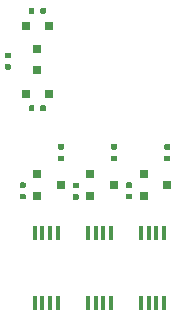
<source format=gbr>
G04 #@! TF.GenerationSoftware,KiCad,Pcbnew,(5.1.5)-3*
G04 #@! TF.CreationDate,2020-06-15T12:52:53-05:00*
G04 #@! TF.ProjectId,LightDriverShieldVer1,4c696768-7444-4726-9976-657253686965,rev?*
G04 #@! TF.SameCoordinates,Original*
G04 #@! TF.FileFunction,Paste,Top*
G04 #@! TF.FilePolarity,Positive*
%FSLAX46Y46*%
G04 Gerber Fmt 4.6, Leading zero omitted, Abs format (unit mm)*
G04 Created by KiCad (PCBNEW (5.1.5)-3) date 2020-06-15 12:52:53*
%MOMM*%
%LPD*%
G04 APERTURE LIST*
%ADD10R,0.360000X1.160000*%
%ADD11C,0.100000*%
%ADD12R,0.720000X0.640000*%
%ADD13R,0.640000X0.720000*%
G04 APERTURE END LIST*
D10*
X105775000Y-111050000D03*
X106425000Y-111050000D03*
X107075000Y-111050000D03*
X107725000Y-111050000D03*
X107725000Y-116950000D03*
X107075000Y-116950000D03*
X106425000Y-116950000D03*
X105775000Y-116950000D03*
X114775000Y-111050000D03*
X115425000Y-111050000D03*
X116075000Y-111050000D03*
X116725000Y-111050000D03*
X116725000Y-116950000D03*
X116075000Y-116950000D03*
X115425000Y-116950000D03*
X114775000Y-116950000D03*
X110275000Y-111050000D03*
X110925000Y-111050000D03*
X111575000Y-111050000D03*
X112225000Y-111050000D03*
X112225000Y-116950000D03*
X111575000Y-116950000D03*
X110925000Y-116950000D03*
X110275000Y-116950000D03*
D11*
G36*
X117149566Y-103529568D02*
G01*
X117161021Y-103531267D01*
X117172254Y-103534081D01*
X117183157Y-103537982D01*
X117193625Y-103542933D01*
X117203557Y-103548887D01*
X117212858Y-103555785D01*
X117221439Y-103563561D01*
X117229215Y-103572142D01*
X117236113Y-103581443D01*
X117242067Y-103591375D01*
X117247018Y-103601843D01*
X117250919Y-103612746D01*
X117253733Y-103623979D01*
X117255432Y-103635434D01*
X117256000Y-103647000D01*
X117256000Y-103883000D01*
X117255432Y-103894566D01*
X117253733Y-103906021D01*
X117250919Y-103917254D01*
X117247018Y-103928157D01*
X117242067Y-103938625D01*
X117236113Y-103948557D01*
X117229215Y-103957858D01*
X117221439Y-103966439D01*
X117212858Y-103974215D01*
X117203557Y-103981113D01*
X117193625Y-103987067D01*
X117183157Y-103992018D01*
X117172254Y-103995919D01*
X117161021Y-103998733D01*
X117149566Y-104000432D01*
X117138000Y-104001000D01*
X116862000Y-104001000D01*
X116850434Y-104000432D01*
X116838979Y-103998733D01*
X116827746Y-103995919D01*
X116816843Y-103992018D01*
X116806375Y-103987067D01*
X116796443Y-103981113D01*
X116787142Y-103974215D01*
X116778561Y-103966439D01*
X116770785Y-103957858D01*
X116763887Y-103948557D01*
X116757933Y-103938625D01*
X116752982Y-103928157D01*
X116749081Y-103917254D01*
X116746267Y-103906021D01*
X116744568Y-103894566D01*
X116744000Y-103883000D01*
X116744000Y-103647000D01*
X116744568Y-103635434D01*
X116746267Y-103623979D01*
X116749081Y-103612746D01*
X116752982Y-103601843D01*
X116757933Y-103591375D01*
X116763887Y-103581443D01*
X116770785Y-103572142D01*
X116778561Y-103563561D01*
X116787142Y-103555785D01*
X116796443Y-103548887D01*
X116806375Y-103542933D01*
X116816843Y-103537982D01*
X116827746Y-103534081D01*
X116838979Y-103531267D01*
X116850434Y-103529568D01*
X116862000Y-103529000D01*
X117138000Y-103529000D01*
X117149566Y-103529568D01*
G37*
G36*
X117149566Y-104499568D02*
G01*
X117161021Y-104501267D01*
X117172254Y-104504081D01*
X117183157Y-104507982D01*
X117193625Y-104512933D01*
X117203557Y-104518887D01*
X117212858Y-104525785D01*
X117221439Y-104533561D01*
X117229215Y-104542142D01*
X117236113Y-104551443D01*
X117242067Y-104561375D01*
X117247018Y-104571843D01*
X117250919Y-104582746D01*
X117253733Y-104593979D01*
X117255432Y-104605434D01*
X117256000Y-104617000D01*
X117256000Y-104853000D01*
X117255432Y-104864566D01*
X117253733Y-104876021D01*
X117250919Y-104887254D01*
X117247018Y-104898157D01*
X117242067Y-104908625D01*
X117236113Y-104918557D01*
X117229215Y-104927858D01*
X117221439Y-104936439D01*
X117212858Y-104944215D01*
X117203557Y-104951113D01*
X117193625Y-104957067D01*
X117183157Y-104962018D01*
X117172254Y-104965919D01*
X117161021Y-104968733D01*
X117149566Y-104970432D01*
X117138000Y-104971000D01*
X116862000Y-104971000D01*
X116850434Y-104970432D01*
X116838979Y-104968733D01*
X116827746Y-104965919D01*
X116816843Y-104962018D01*
X116806375Y-104957067D01*
X116796443Y-104951113D01*
X116787142Y-104944215D01*
X116778561Y-104936439D01*
X116770785Y-104927858D01*
X116763887Y-104918557D01*
X116757933Y-104908625D01*
X116752982Y-104898157D01*
X116749081Y-104887254D01*
X116746267Y-104876021D01*
X116744568Y-104864566D01*
X116744000Y-104853000D01*
X116744000Y-104617000D01*
X116744568Y-104605434D01*
X116746267Y-104593979D01*
X116749081Y-104582746D01*
X116752982Y-104571843D01*
X116757933Y-104561375D01*
X116763887Y-104551443D01*
X116770785Y-104542142D01*
X116778561Y-104533561D01*
X116787142Y-104525785D01*
X116796443Y-104518887D01*
X116806375Y-104512933D01*
X116816843Y-104507982D01*
X116827746Y-104504081D01*
X116838979Y-104501267D01*
X116850434Y-104499568D01*
X116862000Y-104499000D01*
X117138000Y-104499000D01*
X117149566Y-104499568D01*
G37*
G36*
X113899566Y-107749568D02*
G01*
X113911021Y-107751267D01*
X113922254Y-107754081D01*
X113933157Y-107757982D01*
X113943625Y-107762933D01*
X113953557Y-107768887D01*
X113962858Y-107775785D01*
X113971439Y-107783561D01*
X113979215Y-107792142D01*
X113986113Y-107801443D01*
X113992067Y-107811375D01*
X113997018Y-107821843D01*
X114000919Y-107832746D01*
X114003733Y-107843979D01*
X114005432Y-107855434D01*
X114006000Y-107867000D01*
X114006000Y-108103000D01*
X114005432Y-108114566D01*
X114003733Y-108126021D01*
X114000919Y-108137254D01*
X113997018Y-108148157D01*
X113992067Y-108158625D01*
X113986113Y-108168557D01*
X113979215Y-108177858D01*
X113971439Y-108186439D01*
X113962858Y-108194215D01*
X113953557Y-108201113D01*
X113943625Y-108207067D01*
X113933157Y-108212018D01*
X113922254Y-108215919D01*
X113911021Y-108218733D01*
X113899566Y-108220432D01*
X113888000Y-108221000D01*
X113612000Y-108221000D01*
X113600434Y-108220432D01*
X113588979Y-108218733D01*
X113577746Y-108215919D01*
X113566843Y-108212018D01*
X113556375Y-108207067D01*
X113546443Y-108201113D01*
X113537142Y-108194215D01*
X113528561Y-108186439D01*
X113520785Y-108177858D01*
X113513887Y-108168557D01*
X113507933Y-108158625D01*
X113502982Y-108148157D01*
X113499081Y-108137254D01*
X113496267Y-108126021D01*
X113494568Y-108114566D01*
X113494000Y-108103000D01*
X113494000Y-107867000D01*
X113494568Y-107855434D01*
X113496267Y-107843979D01*
X113499081Y-107832746D01*
X113502982Y-107821843D01*
X113507933Y-107811375D01*
X113513887Y-107801443D01*
X113520785Y-107792142D01*
X113528561Y-107783561D01*
X113537142Y-107775785D01*
X113546443Y-107768887D01*
X113556375Y-107762933D01*
X113566843Y-107757982D01*
X113577746Y-107754081D01*
X113588979Y-107751267D01*
X113600434Y-107749568D01*
X113612000Y-107749000D01*
X113888000Y-107749000D01*
X113899566Y-107749568D01*
G37*
G36*
X113899566Y-106779568D02*
G01*
X113911021Y-106781267D01*
X113922254Y-106784081D01*
X113933157Y-106787982D01*
X113943625Y-106792933D01*
X113953557Y-106798887D01*
X113962858Y-106805785D01*
X113971439Y-106813561D01*
X113979215Y-106822142D01*
X113986113Y-106831443D01*
X113992067Y-106841375D01*
X113997018Y-106851843D01*
X114000919Y-106862746D01*
X114003733Y-106873979D01*
X114005432Y-106885434D01*
X114006000Y-106897000D01*
X114006000Y-107133000D01*
X114005432Y-107144566D01*
X114003733Y-107156021D01*
X114000919Y-107167254D01*
X113997018Y-107178157D01*
X113992067Y-107188625D01*
X113986113Y-107198557D01*
X113979215Y-107207858D01*
X113971439Y-107216439D01*
X113962858Y-107224215D01*
X113953557Y-107231113D01*
X113943625Y-107237067D01*
X113933157Y-107242018D01*
X113922254Y-107245919D01*
X113911021Y-107248733D01*
X113899566Y-107250432D01*
X113888000Y-107251000D01*
X113612000Y-107251000D01*
X113600434Y-107250432D01*
X113588979Y-107248733D01*
X113577746Y-107245919D01*
X113566843Y-107242018D01*
X113556375Y-107237067D01*
X113546443Y-107231113D01*
X113537142Y-107224215D01*
X113528561Y-107216439D01*
X113520785Y-107207858D01*
X113513887Y-107198557D01*
X113507933Y-107188625D01*
X113502982Y-107178157D01*
X113499081Y-107167254D01*
X113496267Y-107156021D01*
X113494568Y-107144566D01*
X113494000Y-107133000D01*
X113494000Y-106897000D01*
X113494568Y-106885434D01*
X113496267Y-106873979D01*
X113499081Y-106862746D01*
X113502982Y-106851843D01*
X113507933Y-106841375D01*
X113513887Y-106831443D01*
X113520785Y-106822142D01*
X113528561Y-106813561D01*
X113537142Y-106805785D01*
X113546443Y-106798887D01*
X113556375Y-106792933D01*
X113566843Y-106787982D01*
X113577746Y-106784081D01*
X113588979Y-106781267D01*
X113600434Y-106779568D01*
X113612000Y-106779000D01*
X113888000Y-106779000D01*
X113899566Y-106779568D01*
G37*
G36*
X112649566Y-103529568D02*
G01*
X112661021Y-103531267D01*
X112672254Y-103534081D01*
X112683157Y-103537982D01*
X112693625Y-103542933D01*
X112703557Y-103548887D01*
X112712858Y-103555785D01*
X112721439Y-103563561D01*
X112729215Y-103572142D01*
X112736113Y-103581443D01*
X112742067Y-103591375D01*
X112747018Y-103601843D01*
X112750919Y-103612746D01*
X112753733Y-103623979D01*
X112755432Y-103635434D01*
X112756000Y-103647000D01*
X112756000Y-103883000D01*
X112755432Y-103894566D01*
X112753733Y-103906021D01*
X112750919Y-103917254D01*
X112747018Y-103928157D01*
X112742067Y-103938625D01*
X112736113Y-103948557D01*
X112729215Y-103957858D01*
X112721439Y-103966439D01*
X112712858Y-103974215D01*
X112703557Y-103981113D01*
X112693625Y-103987067D01*
X112683157Y-103992018D01*
X112672254Y-103995919D01*
X112661021Y-103998733D01*
X112649566Y-104000432D01*
X112638000Y-104001000D01*
X112362000Y-104001000D01*
X112350434Y-104000432D01*
X112338979Y-103998733D01*
X112327746Y-103995919D01*
X112316843Y-103992018D01*
X112306375Y-103987067D01*
X112296443Y-103981113D01*
X112287142Y-103974215D01*
X112278561Y-103966439D01*
X112270785Y-103957858D01*
X112263887Y-103948557D01*
X112257933Y-103938625D01*
X112252982Y-103928157D01*
X112249081Y-103917254D01*
X112246267Y-103906021D01*
X112244568Y-103894566D01*
X112244000Y-103883000D01*
X112244000Y-103647000D01*
X112244568Y-103635434D01*
X112246267Y-103623979D01*
X112249081Y-103612746D01*
X112252982Y-103601843D01*
X112257933Y-103591375D01*
X112263887Y-103581443D01*
X112270785Y-103572142D01*
X112278561Y-103563561D01*
X112287142Y-103555785D01*
X112296443Y-103548887D01*
X112306375Y-103542933D01*
X112316843Y-103537982D01*
X112327746Y-103534081D01*
X112338979Y-103531267D01*
X112350434Y-103529568D01*
X112362000Y-103529000D01*
X112638000Y-103529000D01*
X112649566Y-103529568D01*
G37*
G36*
X112649566Y-104499568D02*
G01*
X112661021Y-104501267D01*
X112672254Y-104504081D01*
X112683157Y-104507982D01*
X112693625Y-104512933D01*
X112703557Y-104518887D01*
X112712858Y-104525785D01*
X112721439Y-104533561D01*
X112729215Y-104542142D01*
X112736113Y-104551443D01*
X112742067Y-104561375D01*
X112747018Y-104571843D01*
X112750919Y-104582746D01*
X112753733Y-104593979D01*
X112755432Y-104605434D01*
X112756000Y-104617000D01*
X112756000Y-104853000D01*
X112755432Y-104864566D01*
X112753733Y-104876021D01*
X112750919Y-104887254D01*
X112747018Y-104898157D01*
X112742067Y-104908625D01*
X112736113Y-104918557D01*
X112729215Y-104927858D01*
X112721439Y-104936439D01*
X112712858Y-104944215D01*
X112703557Y-104951113D01*
X112693625Y-104957067D01*
X112683157Y-104962018D01*
X112672254Y-104965919D01*
X112661021Y-104968733D01*
X112649566Y-104970432D01*
X112638000Y-104971000D01*
X112362000Y-104971000D01*
X112350434Y-104970432D01*
X112338979Y-104968733D01*
X112327746Y-104965919D01*
X112316843Y-104962018D01*
X112306375Y-104957067D01*
X112296443Y-104951113D01*
X112287142Y-104944215D01*
X112278561Y-104936439D01*
X112270785Y-104927858D01*
X112263887Y-104918557D01*
X112257933Y-104908625D01*
X112252982Y-104898157D01*
X112249081Y-104887254D01*
X112246267Y-104876021D01*
X112244568Y-104864566D01*
X112244000Y-104853000D01*
X112244000Y-104617000D01*
X112244568Y-104605434D01*
X112246267Y-104593979D01*
X112249081Y-104582746D01*
X112252982Y-104571843D01*
X112257933Y-104561375D01*
X112263887Y-104551443D01*
X112270785Y-104542142D01*
X112278561Y-104533561D01*
X112287142Y-104525785D01*
X112296443Y-104518887D01*
X112306375Y-104512933D01*
X112316843Y-104507982D01*
X112327746Y-104504081D01*
X112338979Y-104501267D01*
X112350434Y-104499568D01*
X112362000Y-104499000D01*
X112638000Y-104499000D01*
X112649566Y-104499568D01*
G37*
G36*
X108149566Y-103529568D02*
G01*
X108161021Y-103531267D01*
X108172254Y-103534081D01*
X108183157Y-103537982D01*
X108193625Y-103542933D01*
X108203557Y-103548887D01*
X108212858Y-103555785D01*
X108221439Y-103563561D01*
X108229215Y-103572142D01*
X108236113Y-103581443D01*
X108242067Y-103591375D01*
X108247018Y-103601843D01*
X108250919Y-103612746D01*
X108253733Y-103623979D01*
X108255432Y-103635434D01*
X108256000Y-103647000D01*
X108256000Y-103883000D01*
X108255432Y-103894566D01*
X108253733Y-103906021D01*
X108250919Y-103917254D01*
X108247018Y-103928157D01*
X108242067Y-103938625D01*
X108236113Y-103948557D01*
X108229215Y-103957858D01*
X108221439Y-103966439D01*
X108212858Y-103974215D01*
X108203557Y-103981113D01*
X108193625Y-103987067D01*
X108183157Y-103992018D01*
X108172254Y-103995919D01*
X108161021Y-103998733D01*
X108149566Y-104000432D01*
X108138000Y-104001000D01*
X107862000Y-104001000D01*
X107850434Y-104000432D01*
X107838979Y-103998733D01*
X107827746Y-103995919D01*
X107816843Y-103992018D01*
X107806375Y-103987067D01*
X107796443Y-103981113D01*
X107787142Y-103974215D01*
X107778561Y-103966439D01*
X107770785Y-103957858D01*
X107763887Y-103948557D01*
X107757933Y-103938625D01*
X107752982Y-103928157D01*
X107749081Y-103917254D01*
X107746267Y-103906021D01*
X107744568Y-103894566D01*
X107744000Y-103883000D01*
X107744000Y-103647000D01*
X107744568Y-103635434D01*
X107746267Y-103623979D01*
X107749081Y-103612746D01*
X107752982Y-103601843D01*
X107757933Y-103591375D01*
X107763887Y-103581443D01*
X107770785Y-103572142D01*
X107778561Y-103563561D01*
X107787142Y-103555785D01*
X107796443Y-103548887D01*
X107806375Y-103542933D01*
X107816843Y-103537982D01*
X107827746Y-103534081D01*
X107838979Y-103531267D01*
X107850434Y-103529568D01*
X107862000Y-103529000D01*
X108138000Y-103529000D01*
X108149566Y-103529568D01*
G37*
G36*
X108149566Y-104499568D02*
G01*
X108161021Y-104501267D01*
X108172254Y-104504081D01*
X108183157Y-104507982D01*
X108193625Y-104512933D01*
X108203557Y-104518887D01*
X108212858Y-104525785D01*
X108221439Y-104533561D01*
X108229215Y-104542142D01*
X108236113Y-104551443D01*
X108242067Y-104561375D01*
X108247018Y-104571843D01*
X108250919Y-104582746D01*
X108253733Y-104593979D01*
X108255432Y-104605434D01*
X108256000Y-104617000D01*
X108256000Y-104853000D01*
X108255432Y-104864566D01*
X108253733Y-104876021D01*
X108250919Y-104887254D01*
X108247018Y-104898157D01*
X108242067Y-104908625D01*
X108236113Y-104918557D01*
X108229215Y-104927858D01*
X108221439Y-104936439D01*
X108212858Y-104944215D01*
X108203557Y-104951113D01*
X108193625Y-104957067D01*
X108183157Y-104962018D01*
X108172254Y-104965919D01*
X108161021Y-104968733D01*
X108149566Y-104970432D01*
X108138000Y-104971000D01*
X107862000Y-104971000D01*
X107850434Y-104970432D01*
X107838979Y-104968733D01*
X107827746Y-104965919D01*
X107816843Y-104962018D01*
X107806375Y-104957067D01*
X107796443Y-104951113D01*
X107787142Y-104944215D01*
X107778561Y-104936439D01*
X107770785Y-104927858D01*
X107763887Y-104918557D01*
X107757933Y-104908625D01*
X107752982Y-104898157D01*
X107749081Y-104887254D01*
X107746267Y-104876021D01*
X107744568Y-104864566D01*
X107744000Y-104853000D01*
X107744000Y-104617000D01*
X107744568Y-104605434D01*
X107746267Y-104593979D01*
X107749081Y-104582746D01*
X107752982Y-104571843D01*
X107757933Y-104561375D01*
X107763887Y-104551443D01*
X107770785Y-104542142D01*
X107778561Y-104533561D01*
X107787142Y-104525785D01*
X107796443Y-104518887D01*
X107806375Y-104512933D01*
X107816843Y-104507982D01*
X107827746Y-104504081D01*
X107838979Y-104501267D01*
X107850434Y-104499568D01*
X107862000Y-104499000D01*
X108138000Y-104499000D01*
X108149566Y-104499568D01*
G37*
G36*
X109399566Y-107764568D02*
G01*
X109411021Y-107766267D01*
X109422254Y-107769081D01*
X109433157Y-107772982D01*
X109443625Y-107777933D01*
X109453557Y-107783887D01*
X109462858Y-107790785D01*
X109471439Y-107798561D01*
X109479215Y-107807142D01*
X109486113Y-107816443D01*
X109492067Y-107826375D01*
X109497018Y-107836843D01*
X109500919Y-107847746D01*
X109503733Y-107858979D01*
X109505432Y-107870434D01*
X109506000Y-107882000D01*
X109506000Y-108118000D01*
X109505432Y-108129566D01*
X109503733Y-108141021D01*
X109500919Y-108152254D01*
X109497018Y-108163157D01*
X109492067Y-108173625D01*
X109486113Y-108183557D01*
X109479215Y-108192858D01*
X109471439Y-108201439D01*
X109462858Y-108209215D01*
X109453557Y-108216113D01*
X109443625Y-108222067D01*
X109433157Y-108227018D01*
X109422254Y-108230919D01*
X109411021Y-108233733D01*
X109399566Y-108235432D01*
X109388000Y-108236000D01*
X109112000Y-108236000D01*
X109100434Y-108235432D01*
X109088979Y-108233733D01*
X109077746Y-108230919D01*
X109066843Y-108227018D01*
X109056375Y-108222067D01*
X109046443Y-108216113D01*
X109037142Y-108209215D01*
X109028561Y-108201439D01*
X109020785Y-108192858D01*
X109013887Y-108183557D01*
X109007933Y-108173625D01*
X109002982Y-108163157D01*
X108999081Y-108152254D01*
X108996267Y-108141021D01*
X108994568Y-108129566D01*
X108994000Y-108118000D01*
X108994000Y-107882000D01*
X108994568Y-107870434D01*
X108996267Y-107858979D01*
X108999081Y-107847746D01*
X109002982Y-107836843D01*
X109007933Y-107826375D01*
X109013887Y-107816443D01*
X109020785Y-107807142D01*
X109028561Y-107798561D01*
X109037142Y-107790785D01*
X109046443Y-107783887D01*
X109056375Y-107777933D01*
X109066843Y-107772982D01*
X109077746Y-107769081D01*
X109088979Y-107766267D01*
X109100434Y-107764568D01*
X109112000Y-107764000D01*
X109388000Y-107764000D01*
X109399566Y-107764568D01*
G37*
G36*
X109399566Y-106794568D02*
G01*
X109411021Y-106796267D01*
X109422254Y-106799081D01*
X109433157Y-106802982D01*
X109443625Y-106807933D01*
X109453557Y-106813887D01*
X109462858Y-106820785D01*
X109471439Y-106828561D01*
X109479215Y-106837142D01*
X109486113Y-106846443D01*
X109492067Y-106856375D01*
X109497018Y-106866843D01*
X109500919Y-106877746D01*
X109503733Y-106888979D01*
X109505432Y-106900434D01*
X109506000Y-106912000D01*
X109506000Y-107148000D01*
X109505432Y-107159566D01*
X109503733Y-107171021D01*
X109500919Y-107182254D01*
X109497018Y-107193157D01*
X109492067Y-107203625D01*
X109486113Y-107213557D01*
X109479215Y-107222858D01*
X109471439Y-107231439D01*
X109462858Y-107239215D01*
X109453557Y-107246113D01*
X109443625Y-107252067D01*
X109433157Y-107257018D01*
X109422254Y-107260919D01*
X109411021Y-107263733D01*
X109399566Y-107265432D01*
X109388000Y-107266000D01*
X109112000Y-107266000D01*
X109100434Y-107265432D01*
X109088979Y-107263733D01*
X109077746Y-107260919D01*
X109066843Y-107257018D01*
X109056375Y-107252067D01*
X109046443Y-107246113D01*
X109037142Y-107239215D01*
X109028561Y-107231439D01*
X109020785Y-107222858D01*
X109013887Y-107213557D01*
X109007933Y-107203625D01*
X109002982Y-107193157D01*
X108999081Y-107182254D01*
X108996267Y-107171021D01*
X108994568Y-107159566D01*
X108994000Y-107148000D01*
X108994000Y-106912000D01*
X108994568Y-106900434D01*
X108996267Y-106888979D01*
X108999081Y-106877746D01*
X109002982Y-106866843D01*
X109007933Y-106856375D01*
X109013887Y-106846443D01*
X109020785Y-106837142D01*
X109028561Y-106828561D01*
X109037142Y-106820785D01*
X109046443Y-106813887D01*
X109056375Y-106807933D01*
X109066843Y-106802982D01*
X109077746Y-106799081D01*
X109088979Y-106796267D01*
X109100434Y-106794568D01*
X109112000Y-106794000D01*
X109388000Y-106794000D01*
X109399566Y-106794568D01*
G37*
G36*
X104899566Y-107749568D02*
G01*
X104911021Y-107751267D01*
X104922254Y-107754081D01*
X104933157Y-107757982D01*
X104943625Y-107762933D01*
X104953557Y-107768887D01*
X104962858Y-107775785D01*
X104971439Y-107783561D01*
X104979215Y-107792142D01*
X104986113Y-107801443D01*
X104992067Y-107811375D01*
X104997018Y-107821843D01*
X105000919Y-107832746D01*
X105003733Y-107843979D01*
X105005432Y-107855434D01*
X105006000Y-107867000D01*
X105006000Y-108103000D01*
X105005432Y-108114566D01*
X105003733Y-108126021D01*
X105000919Y-108137254D01*
X104997018Y-108148157D01*
X104992067Y-108158625D01*
X104986113Y-108168557D01*
X104979215Y-108177858D01*
X104971439Y-108186439D01*
X104962858Y-108194215D01*
X104953557Y-108201113D01*
X104943625Y-108207067D01*
X104933157Y-108212018D01*
X104922254Y-108215919D01*
X104911021Y-108218733D01*
X104899566Y-108220432D01*
X104888000Y-108221000D01*
X104612000Y-108221000D01*
X104600434Y-108220432D01*
X104588979Y-108218733D01*
X104577746Y-108215919D01*
X104566843Y-108212018D01*
X104556375Y-108207067D01*
X104546443Y-108201113D01*
X104537142Y-108194215D01*
X104528561Y-108186439D01*
X104520785Y-108177858D01*
X104513887Y-108168557D01*
X104507933Y-108158625D01*
X104502982Y-108148157D01*
X104499081Y-108137254D01*
X104496267Y-108126021D01*
X104494568Y-108114566D01*
X104494000Y-108103000D01*
X104494000Y-107867000D01*
X104494568Y-107855434D01*
X104496267Y-107843979D01*
X104499081Y-107832746D01*
X104502982Y-107821843D01*
X104507933Y-107811375D01*
X104513887Y-107801443D01*
X104520785Y-107792142D01*
X104528561Y-107783561D01*
X104537142Y-107775785D01*
X104546443Y-107768887D01*
X104556375Y-107762933D01*
X104566843Y-107757982D01*
X104577746Y-107754081D01*
X104588979Y-107751267D01*
X104600434Y-107749568D01*
X104612000Y-107749000D01*
X104888000Y-107749000D01*
X104899566Y-107749568D01*
G37*
G36*
X104899566Y-106779568D02*
G01*
X104911021Y-106781267D01*
X104922254Y-106784081D01*
X104933157Y-106787982D01*
X104943625Y-106792933D01*
X104953557Y-106798887D01*
X104962858Y-106805785D01*
X104971439Y-106813561D01*
X104979215Y-106822142D01*
X104986113Y-106831443D01*
X104992067Y-106841375D01*
X104997018Y-106851843D01*
X105000919Y-106862746D01*
X105003733Y-106873979D01*
X105005432Y-106885434D01*
X105006000Y-106897000D01*
X105006000Y-107133000D01*
X105005432Y-107144566D01*
X105003733Y-107156021D01*
X105000919Y-107167254D01*
X104997018Y-107178157D01*
X104992067Y-107188625D01*
X104986113Y-107198557D01*
X104979215Y-107207858D01*
X104971439Y-107216439D01*
X104962858Y-107224215D01*
X104953557Y-107231113D01*
X104943625Y-107237067D01*
X104933157Y-107242018D01*
X104922254Y-107245919D01*
X104911021Y-107248733D01*
X104899566Y-107250432D01*
X104888000Y-107251000D01*
X104612000Y-107251000D01*
X104600434Y-107250432D01*
X104588979Y-107248733D01*
X104577746Y-107245919D01*
X104566843Y-107242018D01*
X104556375Y-107237067D01*
X104546443Y-107231113D01*
X104537142Y-107224215D01*
X104528561Y-107216439D01*
X104520785Y-107207858D01*
X104513887Y-107198557D01*
X104507933Y-107188625D01*
X104502982Y-107178157D01*
X104499081Y-107167254D01*
X104496267Y-107156021D01*
X104494568Y-107144566D01*
X104494000Y-107133000D01*
X104494000Y-106897000D01*
X104494568Y-106885434D01*
X104496267Y-106873979D01*
X104499081Y-106862746D01*
X104502982Y-106851843D01*
X104507933Y-106841375D01*
X104513887Y-106831443D01*
X104520785Y-106822142D01*
X104528561Y-106813561D01*
X104537142Y-106805785D01*
X104546443Y-106798887D01*
X104556375Y-106792933D01*
X104566843Y-106787982D01*
X104577746Y-106784081D01*
X104588979Y-106781267D01*
X104600434Y-106779568D01*
X104612000Y-106779000D01*
X104888000Y-106779000D01*
X104899566Y-106779568D01*
G37*
D12*
X117000000Y-107000000D03*
X115000000Y-107950000D03*
X115000000Y-106050000D03*
X112500000Y-107000000D03*
X110500000Y-107950000D03*
X110500000Y-106050000D03*
X108000000Y-107000000D03*
X106000000Y-107950000D03*
X106000000Y-106050000D03*
D11*
G36*
X105644566Y-91994568D02*
G01*
X105656021Y-91996267D01*
X105667254Y-91999081D01*
X105678157Y-92002982D01*
X105688625Y-92007933D01*
X105698557Y-92013887D01*
X105707858Y-92020785D01*
X105716439Y-92028561D01*
X105724215Y-92037142D01*
X105731113Y-92046443D01*
X105737067Y-92056375D01*
X105742018Y-92066843D01*
X105745919Y-92077746D01*
X105748733Y-92088979D01*
X105750432Y-92100434D01*
X105751000Y-92112000D01*
X105751000Y-92388000D01*
X105750432Y-92399566D01*
X105748733Y-92411021D01*
X105745919Y-92422254D01*
X105742018Y-92433157D01*
X105737067Y-92443625D01*
X105731113Y-92453557D01*
X105724215Y-92462858D01*
X105716439Y-92471439D01*
X105707858Y-92479215D01*
X105698557Y-92486113D01*
X105688625Y-92492067D01*
X105678157Y-92497018D01*
X105667254Y-92500919D01*
X105656021Y-92503733D01*
X105644566Y-92505432D01*
X105633000Y-92506000D01*
X105397000Y-92506000D01*
X105385434Y-92505432D01*
X105373979Y-92503733D01*
X105362746Y-92500919D01*
X105351843Y-92497018D01*
X105341375Y-92492067D01*
X105331443Y-92486113D01*
X105322142Y-92479215D01*
X105313561Y-92471439D01*
X105305785Y-92462858D01*
X105298887Y-92453557D01*
X105292933Y-92443625D01*
X105287982Y-92433157D01*
X105284081Y-92422254D01*
X105281267Y-92411021D01*
X105279568Y-92399566D01*
X105279000Y-92388000D01*
X105279000Y-92112000D01*
X105279568Y-92100434D01*
X105281267Y-92088979D01*
X105284081Y-92077746D01*
X105287982Y-92066843D01*
X105292933Y-92056375D01*
X105298887Y-92046443D01*
X105305785Y-92037142D01*
X105313561Y-92028561D01*
X105322142Y-92020785D01*
X105331443Y-92013887D01*
X105341375Y-92007933D01*
X105351843Y-92002982D01*
X105362746Y-91999081D01*
X105373979Y-91996267D01*
X105385434Y-91994568D01*
X105397000Y-91994000D01*
X105633000Y-91994000D01*
X105644566Y-91994568D01*
G37*
G36*
X106614566Y-91994568D02*
G01*
X106626021Y-91996267D01*
X106637254Y-91999081D01*
X106648157Y-92002982D01*
X106658625Y-92007933D01*
X106668557Y-92013887D01*
X106677858Y-92020785D01*
X106686439Y-92028561D01*
X106694215Y-92037142D01*
X106701113Y-92046443D01*
X106707067Y-92056375D01*
X106712018Y-92066843D01*
X106715919Y-92077746D01*
X106718733Y-92088979D01*
X106720432Y-92100434D01*
X106721000Y-92112000D01*
X106721000Y-92388000D01*
X106720432Y-92399566D01*
X106718733Y-92411021D01*
X106715919Y-92422254D01*
X106712018Y-92433157D01*
X106707067Y-92443625D01*
X106701113Y-92453557D01*
X106694215Y-92462858D01*
X106686439Y-92471439D01*
X106677858Y-92479215D01*
X106668557Y-92486113D01*
X106658625Y-92492067D01*
X106648157Y-92497018D01*
X106637254Y-92500919D01*
X106626021Y-92503733D01*
X106614566Y-92505432D01*
X106603000Y-92506000D01*
X106367000Y-92506000D01*
X106355434Y-92505432D01*
X106343979Y-92503733D01*
X106332746Y-92500919D01*
X106321843Y-92497018D01*
X106311375Y-92492067D01*
X106301443Y-92486113D01*
X106292142Y-92479215D01*
X106283561Y-92471439D01*
X106275785Y-92462858D01*
X106268887Y-92453557D01*
X106262933Y-92443625D01*
X106257982Y-92433157D01*
X106254081Y-92422254D01*
X106251267Y-92411021D01*
X106249568Y-92399566D01*
X106249000Y-92388000D01*
X106249000Y-92112000D01*
X106249568Y-92100434D01*
X106251267Y-92088979D01*
X106254081Y-92077746D01*
X106257982Y-92066843D01*
X106262933Y-92056375D01*
X106268887Y-92046443D01*
X106275785Y-92037142D01*
X106283561Y-92028561D01*
X106292142Y-92020785D01*
X106301443Y-92013887D01*
X106311375Y-92007933D01*
X106321843Y-92002982D01*
X106332746Y-91999081D01*
X106343979Y-91996267D01*
X106355434Y-91994568D01*
X106367000Y-91994000D01*
X106603000Y-91994000D01*
X106614566Y-91994568D01*
G37*
G36*
X106614566Y-100244568D02*
G01*
X106626021Y-100246267D01*
X106637254Y-100249081D01*
X106648157Y-100252982D01*
X106658625Y-100257933D01*
X106668557Y-100263887D01*
X106677858Y-100270785D01*
X106686439Y-100278561D01*
X106694215Y-100287142D01*
X106701113Y-100296443D01*
X106707067Y-100306375D01*
X106712018Y-100316843D01*
X106715919Y-100327746D01*
X106718733Y-100338979D01*
X106720432Y-100350434D01*
X106721000Y-100362000D01*
X106721000Y-100638000D01*
X106720432Y-100649566D01*
X106718733Y-100661021D01*
X106715919Y-100672254D01*
X106712018Y-100683157D01*
X106707067Y-100693625D01*
X106701113Y-100703557D01*
X106694215Y-100712858D01*
X106686439Y-100721439D01*
X106677858Y-100729215D01*
X106668557Y-100736113D01*
X106658625Y-100742067D01*
X106648157Y-100747018D01*
X106637254Y-100750919D01*
X106626021Y-100753733D01*
X106614566Y-100755432D01*
X106603000Y-100756000D01*
X106367000Y-100756000D01*
X106355434Y-100755432D01*
X106343979Y-100753733D01*
X106332746Y-100750919D01*
X106321843Y-100747018D01*
X106311375Y-100742067D01*
X106301443Y-100736113D01*
X106292142Y-100729215D01*
X106283561Y-100721439D01*
X106275785Y-100712858D01*
X106268887Y-100703557D01*
X106262933Y-100693625D01*
X106257982Y-100683157D01*
X106254081Y-100672254D01*
X106251267Y-100661021D01*
X106249568Y-100649566D01*
X106249000Y-100638000D01*
X106249000Y-100362000D01*
X106249568Y-100350434D01*
X106251267Y-100338979D01*
X106254081Y-100327746D01*
X106257982Y-100316843D01*
X106262933Y-100306375D01*
X106268887Y-100296443D01*
X106275785Y-100287142D01*
X106283561Y-100278561D01*
X106292142Y-100270785D01*
X106301443Y-100263887D01*
X106311375Y-100257933D01*
X106321843Y-100252982D01*
X106332746Y-100249081D01*
X106343979Y-100246267D01*
X106355434Y-100244568D01*
X106367000Y-100244000D01*
X106603000Y-100244000D01*
X106614566Y-100244568D01*
G37*
G36*
X105644566Y-100244568D02*
G01*
X105656021Y-100246267D01*
X105667254Y-100249081D01*
X105678157Y-100252982D01*
X105688625Y-100257933D01*
X105698557Y-100263887D01*
X105707858Y-100270785D01*
X105716439Y-100278561D01*
X105724215Y-100287142D01*
X105731113Y-100296443D01*
X105737067Y-100306375D01*
X105742018Y-100316843D01*
X105745919Y-100327746D01*
X105748733Y-100338979D01*
X105750432Y-100350434D01*
X105751000Y-100362000D01*
X105751000Y-100638000D01*
X105750432Y-100649566D01*
X105748733Y-100661021D01*
X105745919Y-100672254D01*
X105742018Y-100683157D01*
X105737067Y-100693625D01*
X105731113Y-100703557D01*
X105724215Y-100712858D01*
X105716439Y-100721439D01*
X105707858Y-100729215D01*
X105698557Y-100736113D01*
X105688625Y-100742067D01*
X105678157Y-100747018D01*
X105667254Y-100750919D01*
X105656021Y-100753733D01*
X105644566Y-100755432D01*
X105633000Y-100756000D01*
X105397000Y-100756000D01*
X105385434Y-100755432D01*
X105373979Y-100753733D01*
X105362746Y-100750919D01*
X105351843Y-100747018D01*
X105341375Y-100742067D01*
X105331443Y-100736113D01*
X105322142Y-100729215D01*
X105313561Y-100721439D01*
X105305785Y-100712858D01*
X105298887Y-100703557D01*
X105292933Y-100693625D01*
X105287982Y-100683157D01*
X105284081Y-100672254D01*
X105281267Y-100661021D01*
X105279568Y-100649566D01*
X105279000Y-100638000D01*
X105279000Y-100362000D01*
X105279568Y-100350434D01*
X105281267Y-100338979D01*
X105284081Y-100327746D01*
X105287982Y-100316843D01*
X105292933Y-100306375D01*
X105298887Y-100296443D01*
X105305785Y-100287142D01*
X105313561Y-100278561D01*
X105322142Y-100270785D01*
X105331443Y-100263887D01*
X105341375Y-100257933D01*
X105351843Y-100252982D01*
X105362746Y-100249081D01*
X105373979Y-100246267D01*
X105385434Y-100244568D01*
X105397000Y-100244000D01*
X105633000Y-100244000D01*
X105644566Y-100244568D01*
G37*
D13*
X106000000Y-95500000D03*
X105050000Y-93500000D03*
X106950000Y-93500000D03*
X106000000Y-97250000D03*
X106950000Y-99250000D03*
X105050000Y-99250000D03*
D11*
G36*
X103649566Y-96749568D02*
G01*
X103661021Y-96751267D01*
X103672254Y-96754081D01*
X103683157Y-96757982D01*
X103693625Y-96762933D01*
X103703557Y-96768887D01*
X103712858Y-96775785D01*
X103721439Y-96783561D01*
X103729215Y-96792142D01*
X103736113Y-96801443D01*
X103742067Y-96811375D01*
X103747018Y-96821843D01*
X103750919Y-96832746D01*
X103753733Y-96843979D01*
X103755432Y-96855434D01*
X103756000Y-96867000D01*
X103756000Y-97103000D01*
X103755432Y-97114566D01*
X103753733Y-97126021D01*
X103750919Y-97137254D01*
X103747018Y-97148157D01*
X103742067Y-97158625D01*
X103736113Y-97168557D01*
X103729215Y-97177858D01*
X103721439Y-97186439D01*
X103712858Y-97194215D01*
X103703557Y-97201113D01*
X103693625Y-97207067D01*
X103683157Y-97212018D01*
X103672254Y-97215919D01*
X103661021Y-97218733D01*
X103649566Y-97220432D01*
X103638000Y-97221000D01*
X103362000Y-97221000D01*
X103350434Y-97220432D01*
X103338979Y-97218733D01*
X103327746Y-97215919D01*
X103316843Y-97212018D01*
X103306375Y-97207067D01*
X103296443Y-97201113D01*
X103287142Y-97194215D01*
X103278561Y-97186439D01*
X103270785Y-97177858D01*
X103263887Y-97168557D01*
X103257933Y-97158625D01*
X103252982Y-97148157D01*
X103249081Y-97137254D01*
X103246267Y-97126021D01*
X103244568Y-97114566D01*
X103244000Y-97103000D01*
X103244000Y-96867000D01*
X103244568Y-96855434D01*
X103246267Y-96843979D01*
X103249081Y-96832746D01*
X103252982Y-96821843D01*
X103257933Y-96811375D01*
X103263887Y-96801443D01*
X103270785Y-96792142D01*
X103278561Y-96783561D01*
X103287142Y-96775785D01*
X103296443Y-96768887D01*
X103306375Y-96762933D01*
X103316843Y-96757982D01*
X103327746Y-96754081D01*
X103338979Y-96751267D01*
X103350434Y-96749568D01*
X103362000Y-96749000D01*
X103638000Y-96749000D01*
X103649566Y-96749568D01*
G37*
G36*
X103649566Y-95779568D02*
G01*
X103661021Y-95781267D01*
X103672254Y-95784081D01*
X103683157Y-95787982D01*
X103693625Y-95792933D01*
X103703557Y-95798887D01*
X103712858Y-95805785D01*
X103721439Y-95813561D01*
X103729215Y-95822142D01*
X103736113Y-95831443D01*
X103742067Y-95841375D01*
X103747018Y-95851843D01*
X103750919Y-95862746D01*
X103753733Y-95873979D01*
X103755432Y-95885434D01*
X103756000Y-95897000D01*
X103756000Y-96133000D01*
X103755432Y-96144566D01*
X103753733Y-96156021D01*
X103750919Y-96167254D01*
X103747018Y-96178157D01*
X103742067Y-96188625D01*
X103736113Y-96198557D01*
X103729215Y-96207858D01*
X103721439Y-96216439D01*
X103712858Y-96224215D01*
X103703557Y-96231113D01*
X103693625Y-96237067D01*
X103683157Y-96242018D01*
X103672254Y-96245919D01*
X103661021Y-96248733D01*
X103649566Y-96250432D01*
X103638000Y-96251000D01*
X103362000Y-96251000D01*
X103350434Y-96250432D01*
X103338979Y-96248733D01*
X103327746Y-96245919D01*
X103316843Y-96242018D01*
X103306375Y-96237067D01*
X103296443Y-96231113D01*
X103287142Y-96224215D01*
X103278561Y-96216439D01*
X103270785Y-96207858D01*
X103263887Y-96198557D01*
X103257933Y-96188625D01*
X103252982Y-96178157D01*
X103249081Y-96167254D01*
X103246267Y-96156021D01*
X103244568Y-96144566D01*
X103244000Y-96133000D01*
X103244000Y-95897000D01*
X103244568Y-95885434D01*
X103246267Y-95873979D01*
X103249081Y-95862746D01*
X103252982Y-95851843D01*
X103257933Y-95841375D01*
X103263887Y-95831443D01*
X103270785Y-95822142D01*
X103278561Y-95813561D01*
X103287142Y-95805785D01*
X103296443Y-95798887D01*
X103306375Y-95792933D01*
X103316843Y-95787982D01*
X103327746Y-95784081D01*
X103338979Y-95781267D01*
X103350434Y-95779568D01*
X103362000Y-95779000D01*
X103638000Y-95779000D01*
X103649566Y-95779568D01*
G37*
M02*

</source>
